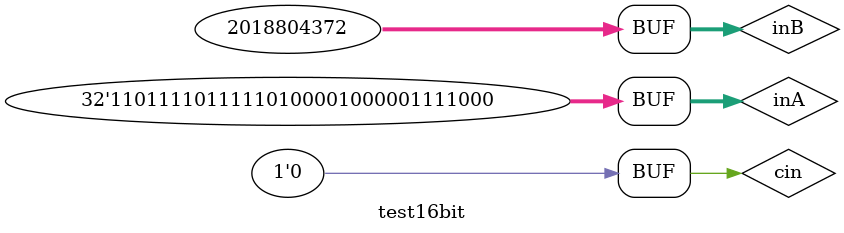
<source format=v>
/*
module test4bit;

    reg [0:3] inA, inB;
    reg cin;
    wire [0:3] sum;
    wire cout, pg, gg;

    CLA4bit testLCA4bit(inA, inB, sum, cin, cout, pg, gg);

    initial begin
        inA = 0;
        inB = 0;
        cin = 0;
        #100;

        inA=4'b0001;inB=4'b0000;cin=1'b0;
    #20 inA=4'b0100;inB=4'b0011;cin=1'b0;
    #20 inA=4'b1101;inB=4'b1010;cin=1'b1;
    #20 inA=4'b1010;inB=4'b1100;cin=1'b1;
    #20 inA=4'b1111;inB=4'b1100;cin=1'b0;
    end 

    initial begin
        $monitor("A=%b B=%b Cin=%b : Sum=%b cout=%b pg=%b gg=%b",inA, inB, cin, sum, cout, pg, gg);
    end
endmodule
*/

/*
module test16bit;
    reg [0:15] inA, inB;
    reg cin;
    wire [0:15] sum;
    wire cout, pg, gg;

    LCU16bit testLCU16bit(inA, inB, sum, cin, pg, gg, cout);

    initial begin
        inA = 0;
        inB = 0;
        cin = 0;
        #100

        inA=16'h0001; inB=16'h0000; cin=1'b0;
#50     inA=16'h0011; inB=16'h0033; cin=1'b0;
#50     inA=16'hFFFF; inB=16'hFFFF; cin=1'b1;
#50     inA=16'hAAAA; inB=16'hEEEE; cin=1'b0;
#50     inA=16'hDEAD; inB=16'hBEEF; cin=1'b0;
    end

    initial begin
        $monitor("A=%b B=%b Cin=%b : Sum=%b cout=%b pg=%b gg=%b",inA, inB, cin, sum, cout, pg, gg);
    end
endmodule
*/

module test16bit;
    reg [0:31] inA, inB;
    reg cin;
    wire [0:31] sum;
    wire cout, pg, gg;

    LCU32bit testLCU32bit(inA, inB, sum, cin, pg, gg, cout);

    initial begin
        inA = 0;
        inB = 0;
        cin = 0;
        #100

        inA=32'h00000001; inB=32'h00000000; cin=1'b0;
#50     inA=32'hDEADBEEF; inB=32'hBAADBEEF; cin=1'b0;
#50     inA=32'hFFFFFFFF; inB=32'hFFFFFFFF; cin=1'b1;
#50     inA=32'hAAAAAAAA; inB=32'hEEEEEEEE; cin=1'b0;
#50     inA=32'hDEFA1078; inB=32'h78548294; cin=1'b0;
    end

    initial begin
        $monitor("A=%b B=%b Cin=%b : Sum=%b cout=%b pg=%b gg=%b",inA, inB, cin, sum, cout, pg, gg);
    end
endmodule

</source>
